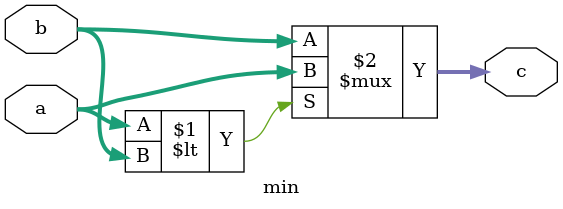
<source format=v>
module min(input[31:0] a, input[31:0] b, output[31:0] c);

   assign c=(a<b)?a:b;
endmodule // min

</source>
